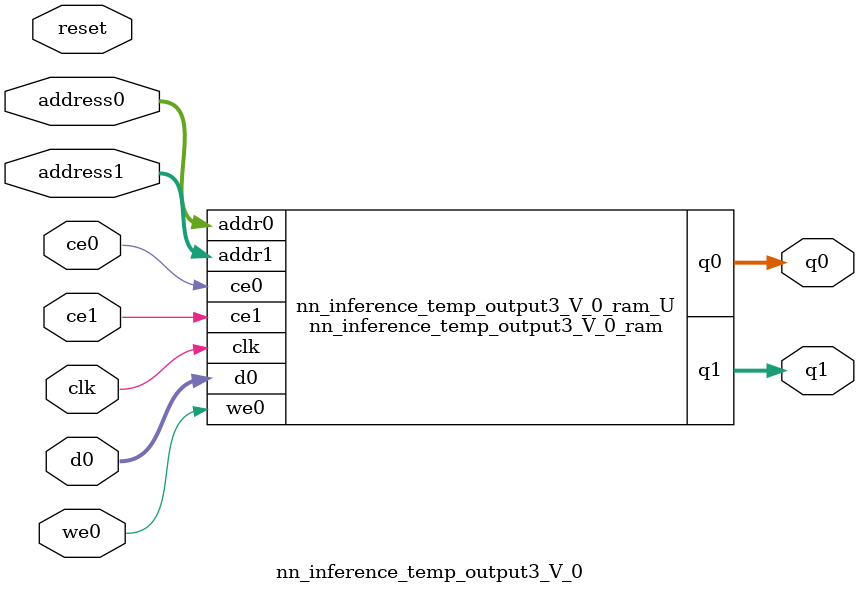
<source format=v>
`timescale 1 ns / 1 ps
module nn_inference_temp_output3_V_0_ram (addr0, ce0, d0, we0, q0, addr1, ce1, q1,  clk);

parameter DWIDTH = 32;
parameter AWIDTH = 4;
parameter MEM_SIZE = 16;

input[AWIDTH-1:0] addr0;
input ce0;
input[DWIDTH-1:0] d0;
input we0;
output reg[DWIDTH-1:0] q0;
input[AWIDTH-1:0] addr1;
input ce1;
output reg[DWIDTH-1:0] q1;
input clk;

reg [DWIDTH-1:0] ram[0:MEM_SIZE-1];




always @(posedge clk)  
begin 
    if (ce0) begin
        if (we0) 
            ram[addr0] <= d0; 
        q0 <= ram[addr0];
    end
end


always @(posedge clk)  
begin 
    if (ce1) begin
        q1 <= ram[addr1];
    end
end


endmodule

`timescale 1 ns / 1 ps
module nn_inference_temp_output3_V_0(
    reset,
    clk,
    address0,
    ce0,
    we0,
    d0,
    q0,
    address1,
    ce1,
    q1);

parameter DataWidth = 32'd32;
parameter AddressRange = 32'd16;
parameter AddressWidth = 32'd4;
input reset;
input clk;
input[AddressWidth - 1:0] address0;
input ce0;
input we0;
input[DataWidth - 1:0] d0;
output[DataWidth - 1:0] q0;
input[AddressWidth - 1:0] address1;
input ce1;
output[DataWidth - 1:0] q1;



nn_inference_temp_output3_V_0_ram nn_inference_temp_output3_V_0_ram_U(
    .clk( clk ),
    .addr0( address0 ),
    .ce0( ce0 ),
    .we0( we0 ),
    .d0( d0 ),
    .q0( q0 ),
    .addr1( address1 ),
    .ce1( ce1 ),
    .q1( q1 ));

endmodule


</source>
